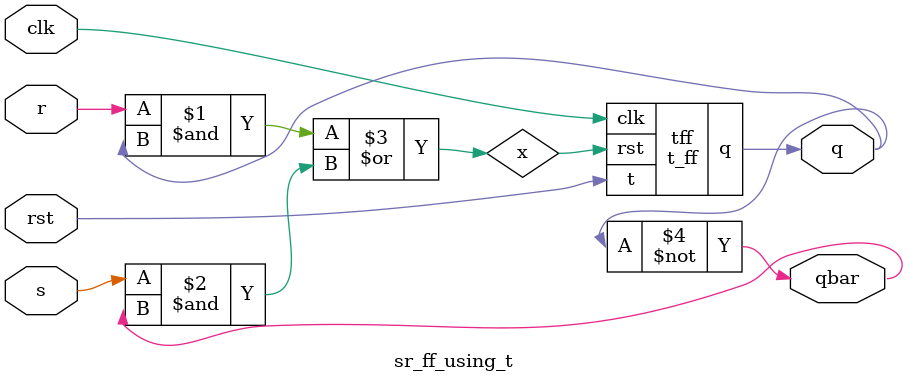
<source format=v>
`timescale 1ns / 1ps
module t_ff(input clk,t,rst,output reg q=0,output qbar);
always@(posedge clk)
begin
if(rst)
q<=1'b0;
else
begin
if(t)
q<=~q;
else
q<=q;
end
end
//assign qbar=~q;
endmodule

module sr_ff_using_t(
    input clk,
    input s,
    input r,
    input rst,
    output q,
    output qbar
    );
    wire x;
    assign x=(r&q)|(s&qbar);
    t_ff tff(clk,rst,x,q);
    assign qbar=~q;
endmodule

</source>
